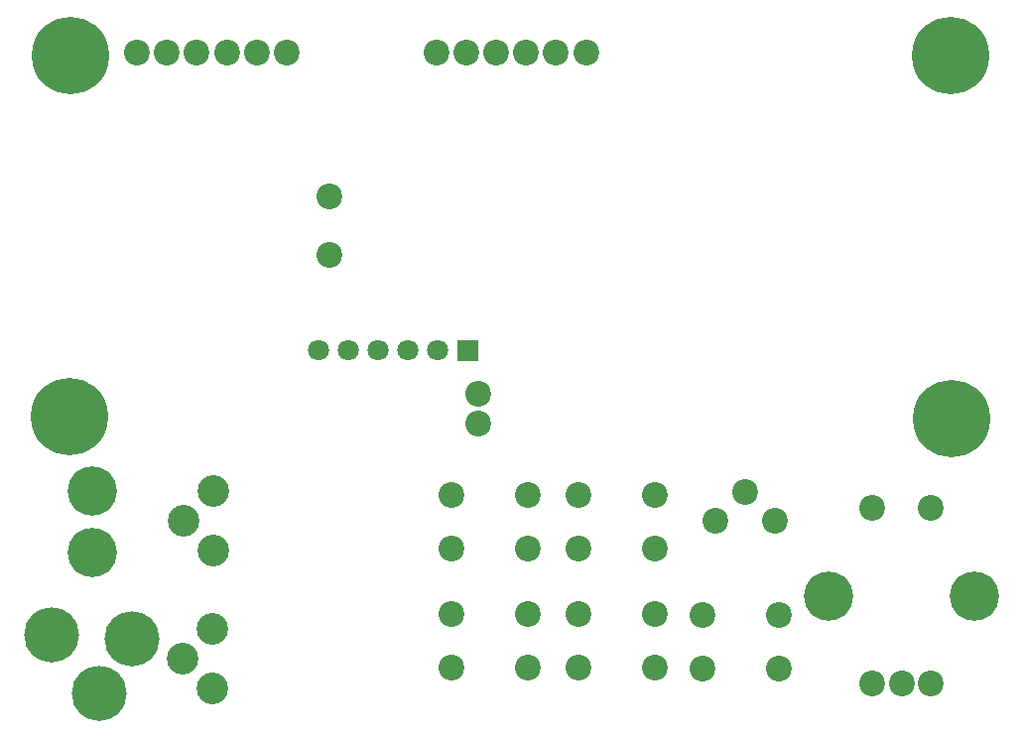
<source format=gbr>
%FSLAX34Y34*%
%MOMM*%
%LNSOLDERMASK_TOP*%
G71*
G01*
%ADD10C,4.700*%
%ADD11C,4.200*%
%ADD12C,2.200*%
%ADD13C,2.700*%
%ADD14C,6.600*%
%ADD15C,0.800*%
%ADD16C,1.800*%
%LPD*%
X97020Y76019D02*
G54D10*
D03*
X28758Y79194D02*
G54D10*
D03*
X62844Y149916D02*
G54D11*
D03*
X62844Y201916D02*
G54D11*
D03*
X542924Y198562D02*
G54D12*
D03*
X477924Y198562D02*
G54D12*
D03*
X477924Y153562D02*
G54D12*
D03*
X542924Y153562D02*
G54D12*
D03*
X434974Y198562D02*
G54D12*
D03*
X369974Y198562D02*
G54D12*
D03*
X369974Y153562D02*
G54D12*
D03*
X434974Y153562D02*
G54D12*
D03*
X68785Y29184D02*
G54D10*
D03*
X620315Y201590D02*
G54D12*
D03*
X595315Y176590D02*
G54D12*
D03*
X645315Y176590D02*
G54D12*
D03*
X166865Y202506D02*
G54D13*
D03*
X141465Y177106D02*
G54D13*
D03*
X166865Y151705D02*
G54D13*
D03*
X728662Y37906D02*
G54D12*
D03*
X778662Y37906D02*
G54D12*
D03*
X753662Y37906D02*
G54D12*
D03*
X728662Y187906D02*
G54D12*
D03*
X778662Y187906D02*
G54D12*
D03*
X691162Y112906D02*
G54D11*
D03*
X816162Y112906D02*
G54D11*
D03*
X434974Y51963D02*
G54D12*
D03*
X369974Y51962D02*
G54D12*
D03*
X369974Y96963D02*
G54D12*
D03*
X434974Y96963D02*
G54D12*
D03*
X165675Y84237D02*
G54D13*
D03*
X140274Y58838D02*
G54D13*
D03*
X165675Y33437D02*
G54D13*
D03*
X101048Y576592D02*
G54D12*
D03*
X126448Y576592D02*
G54D12*
D03*
X151848Y576592D02*
G54D12*
D03*
X178439Y576592D02*
G54D12*
D03*
X203839Y576592D02*
G54D12*
D03*
X229239Y576592D02*
G54D12*
D03*
X357033Y576592D02*
G54D12*
D03*
X382433Y576592D02*
G54D12*
D03*
X407833Y576592D02*
G54D12*
D03*
X433233Y576592D02*
G54D12*
D03*
X458633Y576592D02*
G54D12*
D03*
X485223Y576592D02*
G54D12*
D03*
X796130Y263922D02*
G54D14*
D03*
X820130Y263922D02*
G54D15*
D03*
X813101Y246952D02*
G54D15*
D03*
X796130Y239922D02*
G54D15*
D03*
X779160Y246952D02*
G54D15*
D03*
X772130Y263922D02*
G54D15*
D03*
X779160Y280892D02*
G54D15*
D03*
X796130Y287922D02*
G54D15*
D03*
X813101Y280892D02*
G54D15*
D03*
X795337Y573881D02*
G54D14*
D03*
X819337Y573881D02*
G54D15*
D03*
X812307Y556911D02*
G54D15*
D03*
X795337Y549881D02*
G54D15*
D03*
X778366Y556911D02*
G54D15*
D03*
X771337Y573881D02*
G54D15*
D03*
X778366Y590852D02*
G54D15*
D03*
X795337Y597881D02*
G54D15*
D03*
X812307Y590852D02*
G54D15*
D03*
X44449Y573881D02*
G54D14*
D03*
X68449Y573881D02*
G54D15*
D03*
X61420Y556911D02*
G54D15*
D03*
X44449Y549881D02*
G54D15*
D03*
X27479Y556911D02*
G54D15*
D03*
X20449Y573881D02*
G54D15*
D03*
X27479Y590852D02*
G54D15*
D03*
X44449Y597881D02*
G54D15*
D03*
X61420Y590852D02*
G54D15*
D03*
X44052Y265510D02*
G54D14*
D03*
X68052Y265510D02*
G54D15*
D03*
X61023Y248539D02*
G54D15*
D03*
X44052Y241510D02*
G54D15*
D03*
X27082Y248539D02*
G54D15*
D03*
X20052Y265510D02*
G54D15*
D03*
X27082Y282480D02*
G54D15*
D03*
X44052Y289510D02*
G54D15*
D03*
X61023Y282480D02*
G54D15*
D03*
X542924Y51963D02*
G54D12*
D03*
X477924Y51962D02*
G54D12*
D03*
X477924Y96963D02*
G54D12*
D03*
X542924Y96963D02*
G54D12*
D03*
G36*
X392585Y331328D02*
X392585Y313328D01*
X374585Y313328D01*
X374585Y331328D01*
X392585Y331328D01*
G37*
X358185Y322328D02*
G54D16*
D03*
X332785Y322328D02*
G54D16*
D03*
X307385Y322328D02*
G54D16*
D03*
X281985Y322328D02*
G54D16*
D03*
X256585Y322328D02*
G54D16*
D03*
X265752Y404100D02*
G54D12*
D03*
X265752Y454100D02*
G54D12*
D03*
X648890Y51168D02*
G54D12*
D03*
X583890Y51168D02*
G54D12*
D03*
X583890Y96168D02*
G54D12*
D03*
X648890Y96168D02*
G54D12*
D03*
X392509Y285080D02*
G54D12*
D03*
X392509Y260080D02*
G54D12*
D03*
M02*

</source>
